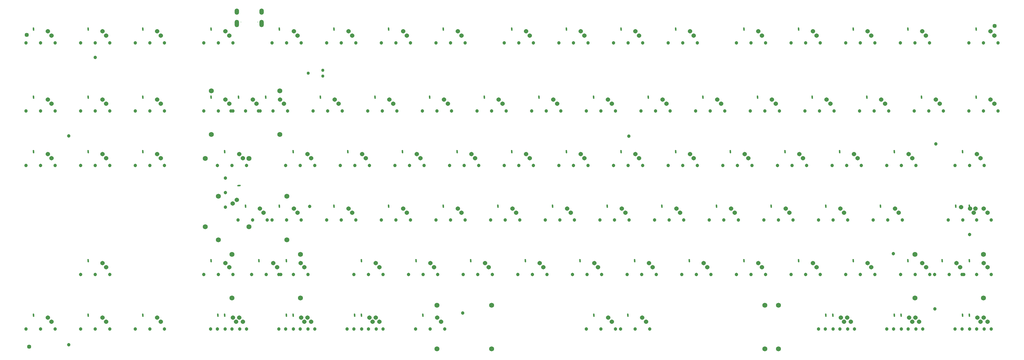
<source format=gbs>
G04*
G04 #@! TF.GenerationSoftware,Altium Limited,Altium Designer,23.6.0 (18)*
G04*
G04 Layer_Color=16711935*
%FSLAX25Y25*%
%MOIN*%
G70*
G04*
G04 #@! TF.SameCoordinates,641307AF-980C-49FC-99E6-95A709EC4BFD*
G04*
G04*
G04 #@! TF.FilePolarity,Negative*
G04*
G01*
G75*
%ADD49C,0.04737*%
%ADD50C,0.00800*%
%ADD56C,0.04343*%
%ADD58C,0.06800*%
%ADD59C,0.05701*%
%ADD83O,0.05918X0.08674*%
%ADD84O,0.05918X0.10249*%
%ADD85C,0.06063*%
G04:AMPARAMS|DCode=86|XSize=47.24mil|YSize=21.26mil|CornerRadius=0mil|HoleSize=0mil|Usage=FLASHONLY|Rotation=95.000|XOffset=0mil|YOffset=0mil|HoleType=Round|Shape=Round|*
%AMOVALD86*
21,1,0.02598,0.02126,0.00000,0.00000,95.0*
1,1,0.02126,0.00113,-0.01294*
1,1,0.02126,-0.00113,0.01294*
%
%ADD86OVALD86*%

G04:AMPARAMS|DCode=87|XSize=47.24mil|YSize=21.26mil|CornerRadius=0mil|HoleSize=0mil|Usage=FLASHONLY|Rotation=5.000|XOffset=0mil|YOffset=0mil|HoleType=Round|Shape=Round|*
%AMOVALD87*
21,1,0.02598,0.02126,0.00000,0.00000,5.0*
1,1,0.02126,-0.01294,-0.00113*
1,1,0.02126,0.01294,0.00113*
%
%ADD87OVALD87*%

D49*
X-123474Y-290207D02*
D03*
X-924557Y-225049D02*
D03*
X-486417Y-128593D02*
D03*
X-65158Y-139026D02*
D03*
X-714419Y-371900D02*
D03*
X-1255364Y-415404D02*
D03*
Y-128199D02*
D03*
X-66560Y-365994D02*
D03*
X-982800Y-243748D02*
D03*
X-1022800D02*
D03*
X-1002800D02*
D03*
X-457998Y-393748D02*
D03*
X-497998D02*
D03*
X-477998D02*
D03*
X-1030000Y-318748D02*
D03*
X-1070000D02*
D03*
X-1050000D02*
D03*
X-1040320Y-226228D02*
D03*
Y-186228D02*
D03*
Y-206228D02*
D03*
X-739374Y-393748D02*
D03*
X-779374D02*
D03*
X-759374D02*
D03*
X-73748Y0D02*
D03*
X-113748D02*
D03*
X-93748D02*
D03*
X-1273748Y-393748D02*
D03*
X-1313748D02*
D03*
X-1293748D02*
D03*
X-1198748D02*
D03*
X-1238748D02*
D03*
X-1218748D02*
D03*
X-1123748D02*
D03*
X-1163748D02*
D03*
X-1143748D02*
D03*
X-504873D02*
D03*
X-544873D02*
D03*
X-524873D02*
D03*
X-1198748Y-318748D02*
D03*
X-1238748D02*
D03*
X-1218748D02*
D03*
X-926875D02*
D03*
X-966875D02*
D03*
X-946875D02*
D03*
X-937498Y-393748D02*
D03*
X-926873D02*
D03*
X-966873D02*
D03*
X-917498D02*
D03*
X-957498D02*
D03*
X-946873D02*
D03*
X-112498D02*
D03*
X-103123D02*
D03*
X-123123D02*
D03*
X-83123D02*
D03*
X-132498D02*
D03*
X-92498D02*
D03*
X-1040623D02*
D03*
X-1060623D02*
D03*
X-1020623D02*
D03*
X-1031248D02*
D03*
X-1051248D02*
D03*
X-1011248D02*
D03*
X-1031248D02*
D03*
X-1040623D02*
D03*
X-853123D02*
D03*
X-873123D02*
D03*
X-833123D02*
D03*
X-843748D02*
D03*
X-863748D02*
D03*
X-823748D02*
D03*
X-843748D02*
D03*
X-853123D02*
D03*
X-186248D02*
D03*
X-226248D02*
D03*
X-176873D02*
D03*
X-216873D02*
D03*
X-206248D02*
D03*
X-196873D02*
D03*
X1250D02*
D03*
X-38750D02*
D03*
X10625D02*
D03*
X-29375D02*
D03*
X-18750D02*
D03*
X-9375D02*
D03*
X-964375Y-318748D02*
D03*
X-1004375D02*
D03*
X-984375D02*
D03*
X-823749D02*
D03*
X-863749D02*
D03*
X-843749D02*
D03*
X-748749D02*
D03*
X-788749D02*
D03*
X-768749D02*
D03*
X-673748D02*
D03*
X-713748D02*
D03*
X-693748D02*
D03*
X-598749D02*
D03*
X-638749D02*
D03*
X-618749D02*
D03*
X-523749D02*
D03*
X-563749D02*
D03*
X-543749D02*
D03*
X-448749D02*
D03*
X-488749D02*
D03*
X-468749D02*
D03*
X-373749D02*
D03*
X-413749D02*
D03*
X-393749D02*
D03*
X-298749D02*
D03*
X-338749D02*
D03*
X-318749D02*
D03*
X-223749D02*
D03*
X-263749D02*
D03*
X-243749D02*
D03*
X-148749D02*
D03*
X-188749D02*
D03*
X-168749D02*
D03*
X-73740D02*
D03*
X-113740D02*
D03*
X-93740D02*
D03*
X-26875D02*
D03*
X-66875D02*
D03*
X-46875D02*
D03*
X-992500Y-93748D02*
D03*
X-1032500D02*
D03*
X-1012500D02*
D03*
X-861250Y-243748D02*
D03*
X-901250D02*
D03*
X-881250D02*
D03*
X-711250D02*
D03*
X-751250D02*
D03*
X-731250D02*
D03*
X-636250D02*
D03*
X-676250D02*
D03*
X-656250D02*
D03*
X-561250D02*
D03*
X-601250D02*
D03*
X-581250D02*
D03*
X-486250D02*
D03*
X-526250D02*
D03*
X-506250D02*
D03*
X-411250D02*
D03*
X-451250D02*
D03*
X-431250D02*
D03*
X-336250D02*
D03*
X-376250D02*
D03*
X-356250D02*
D03*
X-261250D02*
D03*
X-301250D02*
D03*
X-281250D02*
D03*
X-186250D02*
D03*
X-226250D02*
D03*
X-206250D02*
D03*
X-111250D02*
D03*
X-151250D02*
D03*
X-131250D02*
D03*
X-48125D02*
D03*
X10625D02*
D03*
X-9375D02*
D03*
X-28125D02*
D03*
X10625Y-318748D02*
D03*
X-29375D02*
D03*
X-9375D02*
D03*
X-1030000Y-93748D02*
D03*
X-1070000D02*
D03*
X-1050000D02*
D03*
X-936250Y-243748D02*
D03*
X-976250D02*
D03*
X-956250D02*
D03*
X-786250D02*
D03*
X-826250D02*
D03*
X-806250D02*
D03*
X-1273748Y-168748D02*
D03*
X-1313748D02*
D03*
X-1293748D02*
D03*
X-1198748D02*
D03*
X-1238748D02*
D03*
X-1218748D02*
D03*
X-1123748D02*
D03*
X-1163748D02*
D03*
X-1143748D02*
D03*
X-1031250D02*
D03*
X-1051250D02*
D03*
X-1011250D02*
D03*
X-917500D02*
D03*
X-957500D02*
D03*
X-937500D02*
D03*
X-842500D02*
D03*
X-882500D02*
D03*
X-862500D02*
D03*
X-767500D02*
D03*
X-807500D02*
D03*
X-787500D02*
D03*
X-692500D02*
D03*
X-732500D02*
D03*
X-712500D02*
D03*
X-617500D02*
D03*
X-657500D02*
D03*
X-637500D02*
D03*
X-542500D02*
D03*
X-582500D02*
D03*
X-562500D02*
D03*
X-467500D02*
D03*
X-507500D02*
D03*
X-487500D02*
D03*
X-392500D02*
D03*
X-432500D02*
D03*
X-412500D02*
D03*
X-317500D02*
D03*
X-357500D02*
D03*
X-337500D02*
D03*
X-242500D02*
D03*
X-282500D02*
D03*
X-262500D02*
D03*
X-167500D02*
D03*
X-207500D02*
D03*
X-187500D02*
D03*
X-92500D02*
D03*
X-132500D02*
D03*
X-112500D02*
D03*
X1250D02*
D03*
X-38750D02*
D03*
X-18750D02*
D03*
X-880000Y-93748D02*
D03*
X-920000D02*
D03*
X-900000D02*
D03*
X-805000D02*
D03*
X-845000D02*
D03*
X-825000D02*
D03*
X-730000D02*
D03*
X-770000D02*
D03*
X-750000D02*
D03*
X-655000D02*
D03*
X-695000D02*
D03*
X-675000D02*
D03*
X-580000D02*
D03*
X-620000D02*
D03*
X-600000D02*
D03*
X-505000D02*
D03*
X-545000D02*
D03*
X-525000D02*
D03*
X-430000D02*
D03*
X-470000D02*
D03*
X-450000D02*
D03*
X-355000D02*
D03*
X-395000D02*
D03*
X-375000D02*
D03*
X-280000D02*
D03*
X-320000D02*
D03*
X-300000D02*
D03*
X-205000D02*
D03*
X-245000D02*
D03*
X-225000D02*
D03*
X-130000D02*
D03*
X-170000D02*
D03*
X-150000D02*
D03*
X-55000D02*
D03*
X-95000D02*
D03*
X-75000D02*
D03*
X-1273748D02*
D03*
X-1313748D02*
D03*
X-1293748D02*
D03*
X-1198748D02*
D03*
X-1238748D02*
D03*
X-1218748D02*
D03*
X-1123748D02*
D03*
X-1163748D02*
D03*
X-1143748D02*
D03*
X-955000D02*
D03*
X-995000D02*
D03*
X-975000D02*
D03*
X20000D02*
D03*
X-20000D02*
D03*
X0D02*
D03*
X-1123748Y0D02*
D03*
X-1163748D02*
D03*
X-1143748D02*
D03*
X-711252D02*
D03*
X-751252D02*
D03*
X-731252D02*
D03*
X-392500D02*
D03*
X-432500D02*
D03*
X-412500D02*
D03*
X-298748D02*
D03*
X-338748D02*
D03*
X-318748D02*
D03*
X-223748D02*
D03*
X-263748D02*
D03*
X-243748D02*
D03*
X-148748D02*
D03*
X-188748D02*
D03*
X-168748D02*
D03*
X20000D02*
D03*
X-20000D02*
D03*
X0D02*
D03*
X-1273748D02*
D03*
X-1313748D02*
D03*
X-1293748D02*
D03*
X-1198748D02*
D03*
X-1238748D02*
D03*
X-1218748D02*
D03*
X-1030000D02*
D03*
X-1070000D02*
D03*
X-1050000D02*
D03*
X-936252D02*
D03*
X-976252D02*
D03*
X-956252D02*
D03*
X-861252D02*
D03*
X-901252D02*
D03*
X-881252D02*
D03*
X-786252D02*
D03*
X-826252D02*
D03*
X-806252D02*
D03*
X-617500D02*
D03*
X-657500D02*
D03*
X-637500D02*
D03*
X-542500D02*
D03*
X-582500D02*
D03*
X-562500D02*
D03*
X-467500D02*
D03*
X-507500D02*
D03*
X-487500D02*
D03*
X-1218750Y-19998D02*
D03*
X-18750Y-263748D02*
D03*
D50*
X-996052Y28547D02*
D03*
X-1018808D02*
D03*
D56*
X-906498Y-45748D02*
D03*
Y-37748D02*
D03*
X-926498Y-41748D02*
D03*
D58*
X-299873Y-421248D02*
D03*
Y-361248D02*
D03*
X-749873D02*
D03*
Y-421248D02*
D03*
X-674848D02*
D03*
Y-361248D02*
D03*
X-281148D02*
D03*
Y-421248D02*
D03*
X125Y-291248D02*
D03*
Y-351248D02*
D03*
X-93875D02*
D03*
Y-291248D02*
D03*
X-937375D02*
D03*
Y-351248D02*
D03*
X-1031375D02*
D03*
Y-291248D02*
D03*
X-1049800Y-271248D02*
D03*
Y-211248D02*
D03*
X-955800D02*
D03*
Y-271248D02*
D03*
X-1067820Y-159228D02*
D03*
X-1007820D02*
D03*
Y-253228D02*
D03*
X-1067820D02*
D03*
X-965500Y-66248D02*
D03*
Y-126248D02*
D03*
X-1059500D02*
D03*
Y-66248D02*
D03*
D59*
X15502Y23252D02*
D03*
X-1309500Y-418248D02*
D03*
X-1312976Y10972D02*
D03*
D83*
X-1024438Y42917D02*
D03*
X-990422D02*
D03*
D84*
Y26461D02*
D03*
X-1024438D02*
D03*
D85*
X-30718Y-226033D02*
D03*
X-11033Y-228002D02*
D03*
X-987800Y-233748D02*
D03*
X-992957Y-228000D02*
D03*
X-462998Y-383748D02*
D03*
X-468155Y-378000D02*
D03*
X-1035000Y-308748D02*
D03*
X-1040158Y-303000D02*
D03*
X-1030320Y-221228D02*
D03*
X-1024572Y-216071D02*
D03*
X-744374Y-383748D02*
D03*
X-749532Y-378000D02*
D03*
X-78748Y10000D02*
D03*
X-83906Y15748D02*
D03*
X-1278748Y-383748D02*
D03*
X-1283906Y-378000D02*
D03*
X-1203748Y-383748D02*
D03*
X-1208906Y-378000D02*
D03*
X-1128748Y-383748D02*
D03*
X-1133906Y-378000D02*
D03*
X-509873Y-383748D02*
D03*
X-515030Y-378000D02*
D03*
X-1203748Y-308748D02*
D03*
X-1208906Y-303000D02*
D03*
X-931875Y-308748D02*
D03*
X-937033Y-303000D02*
D03*
X-922498Y-383748D02*
D03*
X-931873D02*
D03*
X-936243Y-378000D02*
D03*
X-927656D02*
D03*
X-93281D02*
D03*
X-88123Y-383748D02*
D03*
X-101868Y-378000D02*
D03*
X-97498Y-383748D02*
D03*
X-1029993Y-378000D02*
D03*
X-1025623Y-383748D02*
D03*
X-1021406Y-378000D02*
D03*
X-1016248Y-383748D02*
D03*
X-842493Y-378000D02*
D03*
X-838123Y-383748D02*
D03*
X-833906Y-378000D02*
D03*
X-828748Y-383748D02*
D03*
X-191248D02*
D03*
X-195618Y-378000D02*
D03*
X-181873Y-383748D02*
D03*
X-187030Y-378000D02*
D03*
X-3750Y-383748D02*
D03*
X-8120Y-378000D02*
D03*
X5625Y-383748D02*
D03*
X467Y-378000D02*
D03*
X-969375Y-308748D02*
D03*
X-974533Y-303000D02*
D03*
X-828749Y-308748D02*
D03*
X-833906Y-303000D02*
D03*
X-753749Y-308748D02*
D03*
X-758907Y-303000D02*
D03*
X-678748Y-308748D02*
D03*
X-683906Y-303000D02*
D03*
X-603749Y-308748D02*
D03*
X-608907Y-303000D02*
D03*
X-528749Y-308748D02*
D03*
X-533907Y-303000D02*
D03*
X-453749Y-308748D02*
D03*
X-458907Y-303000D02*
D03*
X-378749Y-308748D02*
D03*
X-383907Y-303000D02*
D03*
X-303749Y-308748D02*
D03*
X-308907Y-303000D02*
D03*
X-228749Y-308748D02*
D03*
X-233907Y-303000D02*
D03*
X-153749Y-308748D02*
D03*
X-158906Y-303000D02*
D03*
X-78740Y-308748D02*
D03*
X-83898Y-303000D02*
D03*
X-31875Y-308748D02*
D03*
X-37032Y-303000D02*
D03*
X-997500Y-83748D02*
D03*
X-1002658Y-78000D02*
D03*
X-866250Y-233748D02*
D03*
X-871408Y-228000D02*
D03*
X-716250Y-233748D02*
D03*
X-721408Y-228000D02*
D03*
X-641250Y-233748D02*
D03*
X-646408Y-228000D02*
D03*
X-566250Y-233748D02*
D03*
X-571408Y-228000D02*
D03*
X-491250Y-233748D02*
D03*
X-496408Y-228000D02*
D03*
X-416250Y-233748D02*
D03*
X-421408Y-228000D02*
D03*
X-341250Y-233748D02*
D03*
X-346408Y-228000D02*
D03*
X-266250Y-233748D02*
D03*
X-271408Y-228000D02*
D03*
X-191250Y-233748D02*
D03*
X-196407Y-228000D02*
D03*
X-116250Y-233748D02*
D03*
X-121407Y-228000D02*
D03*
X-13125Y-233748D02*
D03*
X-18282Y-228000D02*
D03*
X467D02*
D03*
X5625Y-233748D02*
D03*
Y-308748D02*
D03*
X467Y-303000D02*
D03*
X-1035000Y-83748D02*
D03*
X-1040158Y-78000D02*
D03*
X-941250Y-233748D02*
D03*
X-946408Y-228000D02*
D03*
X-791250Y-233748D02*
D03*
X-796408Y-228000D02*
D03*
X-1278748Y-158748D02*
D03*
X-1283906Y-153000D02*
D03*
X-1203748Y-158748D02*
D03*
X-1208906Y-153000D02*
D03*
X-1128748Y-158748D02*
D03*
X-1133906Y-153000D02*
D03*
X-1021408D02*
D03*
X-1016250Y-158748D02*
D03*
X-922500D02*
D03*
X-927658Y-153000D02*
D03*
X-847500Y-158748D02*
D03*
X-852658Y-153000D02*
D03*
X-772500Y-158748D02*
D03*
X-777658Y-153000D02*
D03*
X-697500Y-158748D02*
D03*
X-702658Y-153000D02*
D03*
X-622500Y-158748D02*
D03*
X-627658Y-153000D02*
D03*
X-547500Y-158748D02*
D03*
X-552658Y-153000D02*
D03*
X-472500Y-158748D02*
D03*
X-477658Y-153000D02*
D03*
X-397500Y-158748D02*
D03*
X-402658Y-153000D02*
D03*
X-322500Y-158748D02*
D03*
X-327658Y-153000D02*
D03*
X-247500Y-158748D02*
D03*
X-252658Y-153000D02*
D03*
X-172500Y-158748D02*
D03*
X-177657Y-153000D02*
D03*
X-97500Y-158748D02*
D03*
X-102657Y-153000D02*
D03*
X-3750Y-158748D02*
D03*
X-8907Y-153000D02*
D03*
X-885000Y-83748D02*
D03*
X-890158Y-78000D02*
D03*
X-810000Y-83748D02*
D03*
X-815158Y-78000D02*
D03*
X-735000Y-83748D02*
D03*
X-740158Y-78000D02*
D03*
X-660000Y-83748D02*
D03*
X-665158Y-78000D02*
D03*
X-585000Y-83748D02*
D03*
X-590158Y-78000D02*
D03*
X-510000Y-83748D02*
D03*
X-515158Y-78000D02*
D03*
X-435000Y-83748D02*
D03*
X-440158Y-78000D02*
D03*
X-360000Y-83748D02*
D03*
X-365158Y-78000D02*
D03*
X-285000Y-83748D02*
D03*
X-290158Y-78000D02*
D03*
X-210000Y-83748D02*
D03*
X-215158Y-78000D02*
D03*
X-135000Y-83748D02*
D03*
X-140157Y-78000D02*
D03*
X-60000Y-83748D02*
D03*
X-65158Y-78000D02*
D03*
X-1278748Y-83748D02*
D03*
X-1283906Y-78000D02*
D03*
X-1203748Y-83748D02*
D03*
X-1208906Y-78000D02*
D03*
X-1128748Y-83748D02*
D03*
X-1133906Y-78000D02*
D03*
X-960000Y-83748D02*
D03*
X-965158Y-78000D02*
D03*
X15000Y-83748D02*
D03*
X9843Y-78000D02*
D03*
X-1128748Y10000D02*
D03*
X-1133906Y15748D02*
D03*
X-716252Y10000D02*
D03*
X-721410Y15748D02*
D03*
X-397500Y10000D02*
D03*
X-402658Y15748D02*
D03*
X-303748Y10000D02*
D03*
X-308906Y15748D02*
D03*
X-228748Y10000D02*
D03*
X-233906Y15748D02*
D03*
X-153748Y10000D02*
D03*
X-158905Y15748D02*
D03*
X15000Y10000D02*
D03*
X9843Y15748D02*
D03*
X-1278748Y10000D02*
D03*
X-1283906Y15748D02*
D03*
X-1203748Y10000D02*
D03*
X-1208906Y15748D02*
D03*
X-1035000Y10000D02*
D03*
X-1040158Y15748D02*
D03*
X-941252Y10000D02*
D03*
X-946409Y15748D02*
D03*
X-866252Y10000D02*
D03*
X-871409Y15748D02*
D03*
X-791252Y10000D02*
D03*
X-796410Y15748D02*
D03*
X-622500Y10000D02*
D03*
X-627658Y15748D02*
D03*
X-547500Y10000D02*
D03*
X-552658Y15748D02*
D03*
X-472500Y10000D02*
D03*
X-477658Y15748D02*
D03*
D86*
X-1012642Y-224890D02*
D03*
X-487841Y-374890D02*
D03*
X-1059842Y-299890D02*
D03*
X-769216Y-374890D02*
D03*
X-103591Y18858D02*
D03*
X-1303591Y-374890D02*
D03*
X-1228591D02*
D03*
X-1153591D02*
D03*
X-534716D02*
D03*
X-1228591Y-299890D02*
D03*
X-956717D02*
D03*
X-947340Y-374890D02*
D03*
X-956715D02*
D03*
X-112966D02*
D03*
X-122341D02*
D03*
X-1050466D02*
D03*
X-1041091D02*
D03*
X-862966D02*
D03*
X-853591D02*
D03*
X-216090D02*
D03*
X-206715D02*
D03*
X-28593D02*
D03*
X-19218D02*
D03*
X-994217Y-299890D02*
D03*
X-853592D02*
D03*
X-778591D02*
D03*
X-703590D02*
D03*
X-628591D02*
D03*
X-553591D02*
D03*
X-478591D02*
D03*
X-403591D02*
D03*
X-328591D02*
D03*
X-253591D02*
D03*
X-178592D02*
D03*
X-103583D02*
D03*
X-56717D02*
D03*
X-1022342Y-74890D02*
D03*
X-891092Y-224890D02*
D03*
X-741092D02*
D03*
X-666092D02*
D03*
X-591092D02*
D03*
X-516092D02*
D03*
X-441092D02*
D03*
X-366092D02*
D03*
X-291092D02*
D03*
X-216092D02*
D03*
X-141093D02*
D03*
X-37968D02*
D03*
X-19218D02*
D03*
Y-299890D02*
D03*
X-1059842Y-74890D02*
D03*
X-966092Y-224890D02*
D03*
X-816092D02*
D03*
X-1303591Y-149890D02*
D03*
X-1228591D02*
D03*
X-1153591D02*
D03*
X-1041092D02*
D03*
X-947342D02*
D03*
X-872342D02*
D03*
X-797342D02*
D03*
X-722342D02*
D03*
X-647342D02*
D03*
X-572342D02*
D03*
X-497342D02*
D03*
X-422342D02*
D03*
X-347342D02*
D03*
X-272342D02*
D03*
X-197343D02*
D03*
X-122343D02*
D03*
X-28593D02*
D03*
X-909842Y-74890D02*
D03*
X-834842D02*
D03*
X-759842D02*
D03*
X-684842D02*
D03*
X-609842D02*
D03*
X-534842D02*
D03*
X-459842D02*
D03*
X-384842D02*
D03*
X-309842D02*
D03*
X-234842D02*
D03*
X-159843D02*
D03*
X-84842D02*
D03*
X-1303591D02*
D03*
X-1228591D02*
D03*
X-1153591D02*
D03*
X-984842D02*
D03*
X-9843D02*
D03*
X-1153591Y18858D02*
D03*
X-741094D02*
D03*
X-422342D02*
D03*
X-328590D02*
D03*
X-253590D02*
D03*
X-178591D02*
D03*
X-9843D02*
D03*
X-1303591D02*
D03*
X-1228591D02*
D03*
X-1059842D02*
D03*
X-966094D02*
D03*
X-891094D02*
D03*
X-816094D02*
D03*
X-647342D02*
D03*
X-572342D02*
D03*
X-497342D02*
D03*
D87*
X-1021461Y-196386D02*
D03*
M02*

</source>
